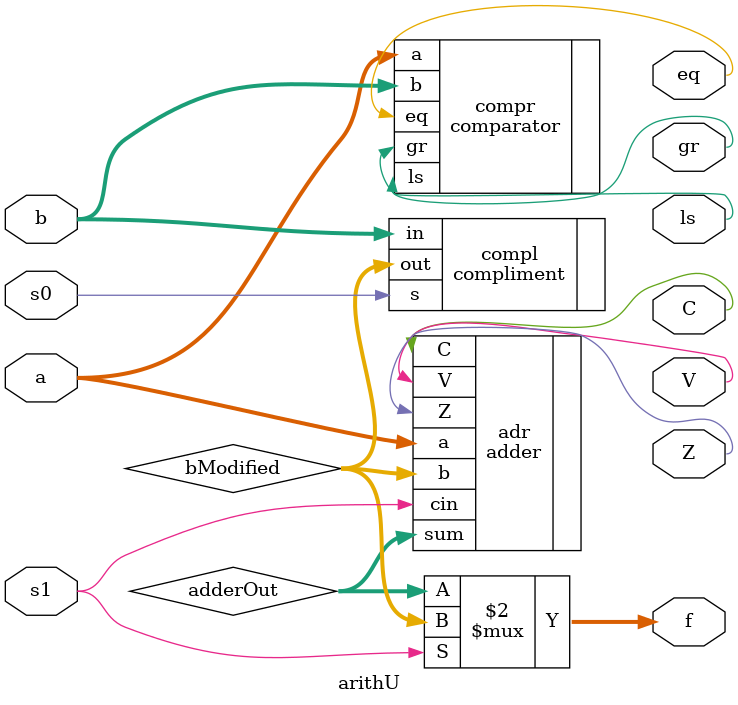
<source format=v>
module arithU (a,b,s1,s0,f,C,V,Z,eq,gr,ls);
input [7:0] a,b;
input s1,s0;
output reg [7:0] f;
output wire eq,gr,ls,C,V,Z;
wire [7:0] bModified,adderOut;
// s1 decides add or sub ;  s0 decides b should be 2's comp or not
 comparator compr (.a(a),.b(b),.eq(eq),.gr(gr),.ls(ls));
 compliment compl (.in(b),.s(s0),.out(bModified));
 adder adr (.a(a),.b(bModified),.sum(adderOut),.cin(s1),.C(C),.V(V),.Z(Z));

always @ (s1,bModified,adderOut) begin
 f = s1 ? bModified : adderOut;
end
endmodule

</source>
